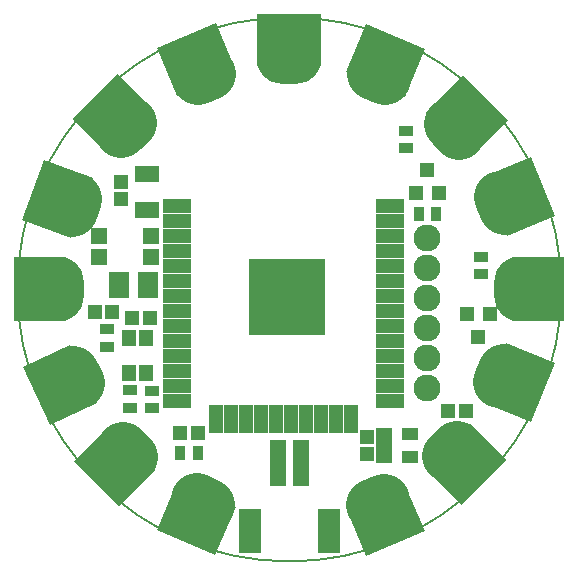
<source format=gbr>
G04 #@! TF.FileFunction,Soldermask,Top*
%FSLAX46Y46*%
G04 Gerber Fmt 4.6, Leading zero omitted, Abs format (unit mm)*
G04 Created by KiCad (PCBNEW 4.0.4-stable) date 05/02/17 14:03:59*
%MOMM*%
%LPD*%
G01*
G04 APERTURE LIST*
%ADD10C,0.100000*%
%ADD11C,0.150000*%
%ADD12R,1.400760X1.400760*%
%ADD13C,1.200000*%
%ADD14R,2.400000X1.300000*%
%ADD15R,1.300000X2.400000*%
%ADD16R,6.400000X6.400000*%
%ADD17C,2.279600*%
%ADD18R,2.000000X1.400000*%
%ADD19R,1.150000X1.200000*%
%ADD20R,1.200000X1.150000*%
%ADD21R,1.197560X1.197560*%
%ADD22R,1.200100X1.200100*%
%ADD23R,1.300000X0.900000*%
%ADD24R,0.900000X1.300000*%
%ADD25R,1.460000X1.050000*%
%ADD26R,1.395680X3.897580*%
%ADD27R,1.398220X3.897580*%
%ADD28R,1.898600X3.798520*%
%ADD29R,1.898600X3.795980*%
%ADD30R,1.200000X1.400000*%
%ADD31R,1.800000X2.300000*%
%ADD32C,4.400000*%
%ADD33C,4.400000*%
%ADD34O,5.500000X4.400000*%
%ADD35O,4.400000X5.500000*%
G04 APERTURE END LIST*
D10*
D11*
X107358112Y-144526000D02*
G75*
G03X107358112Y-144526000I-23030112J0D01*
G01*
D12*
X68221500Y-140006500D03*
X72621500Y-141806500D03*
X68221500Y-141806500D03*
X72621500Y-140006500D03*
D13*
X81788000Y-147574000D03*
X86360000Y-147574000D03*
X85852000Y-145288000D03*
X84074000Y-143764000D03*
X86360000Y-143002000D03*
X84074000Y-145288000D03*
X82042000Y-145288000D03*
D14*
X74820000Y-137498000D03*
X74820000Y-138768000D03*
X74820000Y-140038000D03*
X74820000Y-141308000D03*
X74820000Y-142578000D03*
X74820000Y-143848000D03*
X74820000Y-145118000D03*
X74820000Y-146388000D03*
X74820000Y-147658000D03*
X74820000Y-148928000D03*
X74820000Y-150198000D03*
X74820000Y-151468000D03*
X74820000Y-152738000D03*
X74820000Y-154008000D03*
X92820000Y-137498000D03*
X92820000Y-154008000D03*
X92820000Y-152738000D03*
X92820000Y-151468000D03*
X92820000Y-150198000D03*
X92820000Y-148928000D03*
X92820000Y-147658000D03*
X92820000Y-146388000D03*
X92820000Y-145118000D03*
X92820000Y-143848000D03*
X92820000Y-142578000D03*
X92820000Y-141308000D03*
X92820000Y-140038000D03*
X92820000Y-138768000D03*
D15*
X78105000Y-155498000D03*
X79390000Y-155498000D03*
X80645000Y-155498000D03*
X81915000Y-155498000D03*
X83185000Y-155498000D03*
X84455000Y-155498000D03*
X85725000Y-155498000D03*
X86995000Y-155498000D03*
X88265000Y-155498000D03*
X89535000Y-155498000D03*
D16*
X84120000Y-145198000D03*
D13*
X81788000Y-143002000D03*
D17*
X96012000Y-152908000D03*
X96012000Y-150368000D03*
X96012000Y-147828000D03*
X96012000Y-145288000D03*
X96012000Y-142748000D03*
X96012000Y-140208000D03*
D18*
X72263000Y-137771000D03*
X72263000Y-134771000D03*
D19*
X70104000Y-136894000D03*
X70104000Y-135394000D03*
D20*
X67830000Y-146431000D03*
X69330000Y-146431000D03*
X72505000Y-146939000D03*
X71005000Y-146939000D03*
D19*
X90932000Y-158484000D03*
X90932000Y-156984000D03*
D20*
X97751200Y-154838400D03*
X99251200Y-154838400D03*
D21*
X75095100Y-156667200D03*
X76593700Y-156667200D03*
D22*
X95062000Y-136382760D03*
X96962000Y-136382760D03*
X96012000Y-134383780D03*
X101280000Y-146573240D03*
X99380000Y-146573240D03*
X100330000Y-148572220D03*
D23*
X94234000Y-131076000D03*
X94234000Y-132576000D03*
D24*
X75094400Y-158419800D03*
X76594400Y-158419800D03*
D23*
X70840600Y-154572400D03*
X70840600Y-153072400D03*
X68859400Y-147865400D03*
X68859400Y-149365400D03*
X72720200Y-154597800D03*
X72720200Y-153097800D03*
D24*
X95262000Y-138176000D03*
X96762000Y-138176000D03*
D23*
X100584000Y-143244000D03*
X100584000Y-141744000D03*
D25*
X92372000Y-156784000D03*
X92372000Y-157734000D03*
X92372000Y-158684000D03*
X94572000Y-158684000D03*
X94572000Y-156784000D03*
D26*
X83327240Y-159258000D03*
D27*
X85328760Y-159258000D03*
D28*
X80982820Y-165006020D03*
D29*
X87675720Y-165006020D03*
D30*
X70788500Y-148664000D03*
X70788500Y-151564000D03*
X72213500Y-148664000D03*
X72213500Y-151564000D03*
D31*
X72320000Y-144145000D03*
X69920000Y-144145000D03*
D10*
G36*
X69769948Y-126254782D02*
X72881218Y-129366052D01*
X69062842Y-133184428D01*
X65951572Y-130073158D01*
X69769948Y-126254782D01*
X69769948Y-126254782D01*
G37*
D32*
X70882934Y-130408328D02*
X70105116Y-131186146D01*
D10*
G36*
X69769948Y-126254782D02*
X72881218Y-129366052D01*
X69062842Y-133184428D01*
X65951572Y-130073158D01*
X69769948Y-126254782D01*
X69769948Y-126254782D01*
G37*
D33*
X69878843Y-130176396D03*
D10*
G36*
X102853218Y-130221948D02*
X99741948Y-133333218D01*
X95923572Y-129514842D01*
X99034842Y-126403572D01*
X102853218Y-130221948D01*
X102853218Y-130221948D01*
G37*
D32*
X98699672Y-131334934D02*
X97921854Y-130557116D01*
D10*
G36*
X102853218Y-130221948D02*
X99741948Y-133333218D01*
X95923572Y-129514842D01*
X99034842Y-126403572D01*
X102853218Y-130221948D01*
X102853218Y-130221948D01*
G37*
D33*
X98931604Y-130330843D03*
D10*
G36*
X95821164Y-124152617D02*
X94101947Y-128202839D01*
X89131220Y-126092891D01*
X90850437Y-122042669D01*
X95821164Y-124152617D01*
X95821164Y-124152617D01*
G37*
D32*
X92386995Y-126740505D02*
X91374439Y-126310701D01*
D10*
G36*
X95821164Y-124152617D02*
X94101947Y-128202839D01*
X89131220Y-126092891D01*
X90850437Y-122042669D01*
X95821164Y-124152617D01*
X95821164Y-124152617D01*
G37*
D33*
X92225899Y-125722645D03*
D10*
G36*
X98886052Y-162797218D02*
X95774782Y-159685948D01*
X99593158Y-155867572D01*
X102704428Y-158978842D01*
X98886052Y-162797218D01*
X98886052Y-162797218D01*
G37*
D32*
X97773066Y-158643672D02*
X98550884Y-157865854D01*
D10*
G36*
X98886052Y-162797218D02*
X95774782Y-159685948D01*
X99593158Y-155867572D01*
X102704428Y-158978842D01*
X98886052Y-162797218D01*
X98886052Y-162797218D01*
G37*
D33*
X98777157Y-158875604D03*
D10*
G36*
X87028000Y-121244000D02*
X87028000Y-125644000D01*
X81628000Y-125644000D01*
X81628000Y-121244000D01*
X87028000Y-121244000D01*
X87028000Y-121244000D01*
G37*
D34*
X84327999Y-124968000D03*
D10*
G36*
X87028000Y-121244000D02*
X87028000Y-125644000D01*
X81628000Y-125644000D01*
X81628000Y-121244000D01*
X87028000Y-121244000D01*
X87028000Y-121244000D01*
G37*
D33*
X84332000Y-124094000D03*
D10*
G36*
X106842092Y-138349757D02*
X102762483Y-139998026D01*
X100739608Y-134991233D01*
X104819217Y-133342964D01*
X106842092Y-138349757D01*
X106842092Y-138349757D01*
G37*
D32*
X102583855Y-137751346D02*
X102171787Y-136731444D01*
D10*
G36*
X106842092Y-138349757D02*
X102762483Y-139998026D01*
X100739608Y-134991233D01*
X104819217Y-133342964D01*
X106842092Y-138349757D01*
X106842092Y-138349757D01*
G37*
D33*
X103189679Y-136917698D03*
D10*
G36*
X107610000Y-147226000D02*
X103210000Y-147226000D01*
X103210000Y-141826000D01*
X107610000Y-141826000D01*
X107610000Y-147226000D01*
X107610000Y-147226000D01*
G37*
D35*
X103886000Y-144525999D03*
D10*
G36*
X107610000Y-147226000D02*
X103210000Y-147226000D01*
X103210000Y-141826000D01*
X107610000Y-141826000D01*
X107610000Y-147226000D01*
X107610000Y-147226000D01*
G37*
D33*
X104760000Y-144530000D03*
D10*
G36*
X61046000Y-141826000D02*
X65446000Y-141826000D01*
X65446000Y-147226000D01*
X61046000Y-147226000D01*
X61046000Y-141826000D01*
X61046000Y-141826000D01*
G37*
D35*
X64770000Y-144526001D03*
D10*
G36*
X61046000Y-141826000D02*
X65446000Y-141826000D01*
X65446000Y-147226000D01*
X61046000Y-147226000D01*
X61046000Y-141826000D01*
X61046000Y-141826000D01*
G37*
D33*
X63896000Y-144522000D03*
D10*
G36*
X63539258Y-133601068D02*
X67673905Y-135105956D01*
X65826996Y-140180296D01*
X61692349Y-138675408D01*
X63539258Y-133601068D01*
X63539258Y-133601068D01*
G37*
D32*
X66303329Y-136895091D02*
X65927107Y-137928753D01*
D10*
G36*
X63539258Y-133601068D02*
X67673905Y-135105956D01*
X65826996Y-140180296D01*
X61692349Y-138675408D01*
X63539258Y-133601068D01*
X63539258Y-133601068D01*
G37*
D33*
X65295295Y-137109236D03*
D10*
G36*
X104755517Y-155746026D02*
X100675908Y-154097757D01*
X102698783Y-149090964D01*
X106778392Y-150739233D01*
X104755517Y-155746026D01*
X104755517Y-155746026D01*
G37*
D32*
X102108088Y-152357545D02*
X102520156Y-151337643D01*
D10*
G36*
X104755517Y-155746026D02*
X100675908Y-154097757D01*
X102698783Y-149090964D01*
X106778392Y-150739233D01*
X104755517Y-155746026D01*
X104755517Y-155746026D01*
G37*
D33*
X103122982Y-152178710D03*
D10*
G36*
X90810053Y-167064839D02*
X89090836Y-163014617D01*
X94061563Y-160904669D01*
X95780780Y-164954891D01*
X90810053Y-167064839D01*
X90810053Y-167064839D01*
G37*
D32*
X91334057Y-162796807D02*
X92346613Y-162367003D01*
D10*
G36*
X90810053Y-167064839D02*
X89090836Y-163014617D01*
X94061563Y-160904669D01*
X95780780Y-164954891D01*
X90810053Y-167064839D01*
X90810053Y-167064839D01*
G37*
D33*
X92178151Y-163387989D03*
D10*
G36*
X73088836Y-164899383D02*
X74808053Y-160849161D01*
X79778780Y-162959109D01*
X78059563Y-167009331D01*
X73088836Y-164899383D01*
X73088836Y-164899383D01*
G37*
D32*
X76523005Y-162311495D02*
X77535561Y-162741299D01*
D10*
G36*
X73088836Y-164899383D02*
X74808053Y-160849161D01*
X79778780Y-162959109D01*
X78059563Y-167009331D01*
X73088836Y-164899383D01*
X73088836Y-164899383D01*
G37*
D33*
X76684101Y-163329355D03*
D10*
G36*
X66056782Y-159084052D02*
X69168052Y-155972782D01*
X72986428Y-159791158D01*
X69875158Y-162902428D01*
X66056782Y-159084052D01*
X66056782Y-159084052D01*
G37*
D32*
X70210328Y-157971066D02*
X70988146Y-158748884D01*
D10*
G36*
X66056782Y-159084052D02*
X69168052Y-155972782D01*
X72986428Y-159791158D01*
X69875158Y-162902428D01*
X66056782Y-159084052D01*
X66056782Y-159084052D01*
G37*
D33*
X69978396Y-158975157D03*
D10*
G36*
X61742399Y-151112931D02*
X65730153Y-149253411D01*
X68012291Y-154147473D01*
X64024537Y-156006993D01*
X61742399Y-151112931D01*
X61742399Y-151112931D01*
G37*
D32*
X66026119Y-151487664D02*
X66490999Y-152484602D01*
D10*
G36*
X61742399Y-151112931D02*
X65730153Y-149253411D01*
X68012291Y-154147473D01*
X64024537Y-156006993D01*
X61742399Y-151112931D01*
X61742399Y-151112931D01*
G37*
D33*
X65464755Y-152351875D03*
D10*
G36*
X78099947Y-121987161D02*
X79819164Y-126037383D01*
X74848437Y-128147331D01*
X73129220Y-124097109D01*
X78099947Y-121987161D01*
X78099947Y-121987161D01*
G37*
D32*
X77575943Y-126255193D02*
X76563387Y-126684997D01*
D10*
G36*
X78099947Y-121987161D02*
X79819164Y-126037383D01*
X74848437Y-128147331D01*
X73129220Y-124097109D01*
X78099947Y-121987161D01*
X78099947Y-121987161D01*
G37*
D33*
X76731849Y-125664011D03*
M02*

</source>
